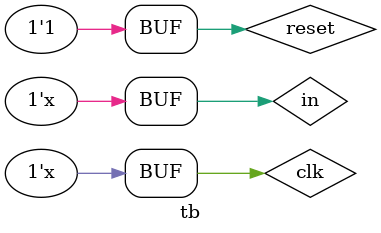
<source format=v>
`timescale 1ns / 1ps


module tb;

	// Inputs
	reg in;
	reg reset;
	reg clk;

	// Outputs
	wire out;
	wire [3:0] state_out;

	// Instantiate the Unit Under Test (UUT)
	mealy uut (
		.in(in), 
		.out(out), 
		.reset(reset), 
		.clk(clk), 
		.state_out(state_out)
	);

	initial begin
		in = 0;
		reset = 1;
		clk = 0;
		
		#10; reset = 0;
		#100; reset = 1;
	end
   
	always begin
		#20 clk = ~clk;
	end
	
	always begin
		#30 in = ~in;
	end
      
endmodule


</source>
